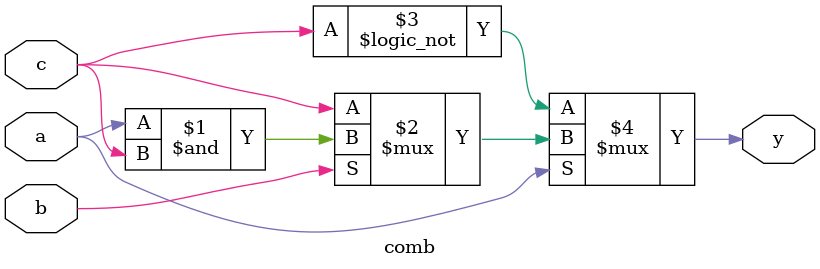
<source format=v>
module comb(
input a,b,c,
output y
);

assign y = a?(b?(a & c ):c):(!c);

endmodule

</source>
